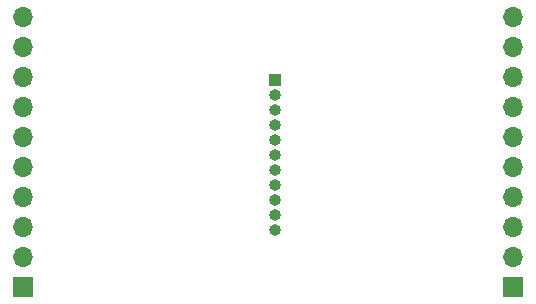
<source format=gbr>
%TF.GenerationSoftware,KiCad,Pcbnew,(5.1.10)-1*%
%TF.CreationDate,2023-09-09T18:44:11-05:00*%
%TF.ProjectId,perovskite_router,7065726f-7673-46b6-9974-655f726f7574,A*%
%TF.SameCoordinates,Original*%
%TF.FileFunction,Soldermask,Bot*%
%TF.FilePolarity,Negative*%
%FSLAX46Y46*%
G04 Gerber Fmt 4.6, Leading zero omitted, Abs format (unit mm)*
G04 Created by KiCad (PCBNEW (5.1.10)-1) date 2023-09-09 18:44:11*
%MOMM*%
%LPD*%
G01*
G04 APERTURE LIST*
%ADD10O,1.000000X1.000000*%
%ADD11R,1.000000X1.000000*%
%ADD12O,1.700000X1.700000*%
%ADD13R,1.700000X1.700000*%
G04 APERTURE END LIST*
D10*
%TO.C,J3*%
X155702000Y-104394000D03*
X155702000Y-103124000D03*
X155702000Y-101854000D03*
X155702000Y-100584000D03*
X155702000Y-99314000D03*
X155702000Y-98044000D03*
X155702000Y-96774000D03*
X155702000Y-95504000D03*
X155702000Y-94234000D03*
X155702000Y-92964000D03*
D11*
X155702000Y-91694000D03*
%TD*%
D12*
%TO.C,J2*%
X175866000Y-86360000D03*
X175866000Y-88900000D03*
X175866000Y-91440000D03*
X175866000Y-93980000D03*
X175866000Y-96520000D03*
X175866000Y-99060000D03*
X175866000Y-101600000D03*
X175866000Y-104140000D03*
X175866000Y-106680000D03*
D13*
X175866000Y-109220000D03*
%TD*%
D12*
%TO.C,J1*%
X134366000Y-86360000D03*
X134366000Y-88900000D03*
X134366000Y-91440000D03*
X134366000Y-93980000D03*
X134366000Y-96520000D03*
X134366000Y-99060000D03*
X134366000Y-101600000D03*
X134366000Y-104140000D03*
X134366000Y-106680000D03*
D13*
X134366000Y-109220000D03*
%TD*%
M02*

</source>
